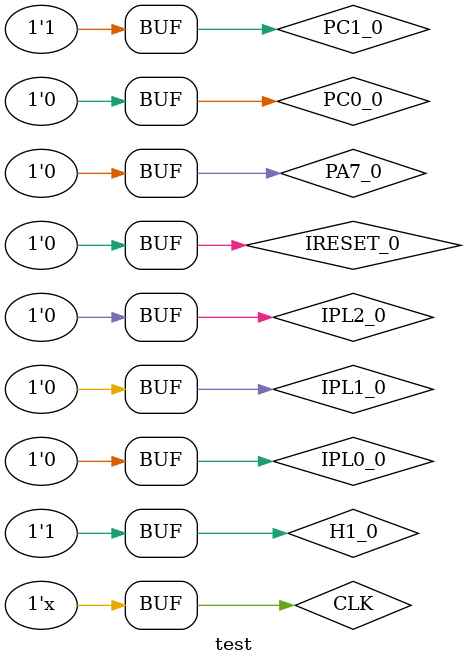
<source format=v>
`timescale 1ns / 1ps


module test();

    wire AS_0;
    wire [23:1]A_0;
    reg CLK;
    wire C_0;
    wire [15:0]D_0;
    wire FC0_0;
    wire FC1_0;
    wire FC2_0;
    reg H1_0;
    wire Hdoi_0;
    reg IPL0_0;
    reg IPL1_0;
    reg IPL2_0;
    reg IRESET_0;
    wire LDS_0;
    reg PA7_0;
    wire PAI0_0;
    wire PAI1_0;
    wire PAI2_0;
    wire PAI3_0;
    wire PAI4_0;
    wire PAI5_0;
    wire PAI6_0;
    reg PC0_0;
    reg PC1_0;
    reg PC6_0;
    wire PC_0;
    wire PIC5_0;
    wire RESET_0;
    wire ceva_0;

    initial begin
        CLK = 0;
        IRESET_0 = 1;
        
        #20 IRESET_0 = 0;
        
        IPL0_0 = 0;
        IPL1_0 = 0;
        IPL2_0 = 0;
        
        H1_0 = 1;
        PC0_0 = 0;
        PC1_0 = 1;
        PA7_0 = 0;
    end
    
    always begin
        #10 CLK = ~CLK;
    end
    
    design_1_wrapper top
    (
        AS_0,
        A_0,
        CLK,
        C_0,
        D_0,
        FC0_0,
        FC1_0,
        FC2_0,
        H1_0,
        Hdoi_0,
        IPL0_0,
        IPL1_0,
        IPL2_0,
        IRESET_0,
        LDS_0,
        PA7_0,
        PAI0_0,
        PAI1_0,
        PAI2_0,
        PAI3_0,
        PAI4_0,
        PAI5_0,
        PAI6_0,
        PC0_0,
        PC1_0,
        PC6_0,
        PC_0,
        PIC5_0,
        RESET_0,
        ceva_0
    );
    
endmodule

</source>
